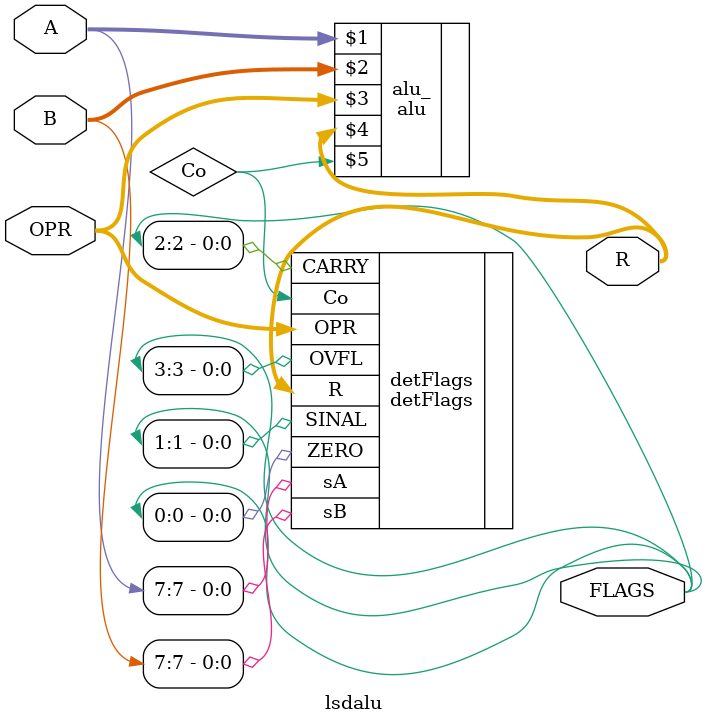
<source format=v>
`timescale 1ns/1ns

module lsdalu ( A, B, OPR, R, FLAGS );
input  [7:0] A, B;
input  [2:0] OPR;
output [7:0] R;
output [3:0] FLAGS;

wire Co;

alu alu_( A, B, OPR, R, Co );
detFlags detFlags(.sA(A[7]), .sB(B[7]), .R(R), .Co(Co), .OPR(OPR), .ZERO(FLAGS[0]), .SINAL(FLAGS[1]), .CARRY(FLAGS[2]), .OVFL(FLAGS[3]));					 

endmodule

</source>
